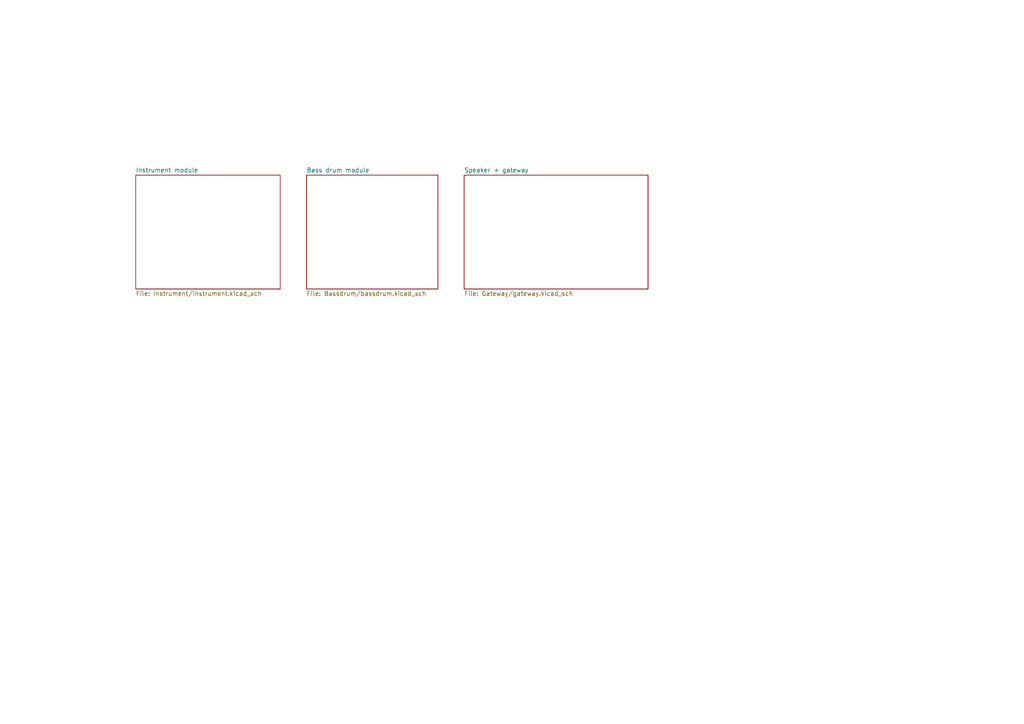
<source format=kicad_sch>
(kicad_sch (version 20230121) (generator eeschema)
  (paper "A4")
  (title_block (title "S.T.I.N.K") (company "Studentorchesteret den Ohmske Motstanden"))
  (lib_symbols)
  (sheet (at 134.62 50.8) (size 53.34 33.02) (stroke (width 0.1524))
    (property "Sheetname" "Speaker + gateway" (at 134.62 50.0884 0) (effects (justify left bottom)))
    (property "Sheetfile" "Gateway/gateway.kicad_sch" (at 134.62 84.4046 0) (effects (justify left top)))
  )
  (sheet (at 39.37 50.8) (size 41.91 33.02) (stroke (width 0.1524))
    (property "Sheetname" "Instrument module" (at 39.37 50.0884 0) (effects (justify left bottom)))
    (property "Sheetfile" "Instrument/instrument.kicad_sch" (at 39.37 84.4046 0) (effects (justify left top)))
  )
  (sheet (at 88.9 50.8) (size 38.1 33.02) (stroke (width 0.1524))
    (property "Sheetname" "Bass drum module" (at 88.9 50.0884 0) (effects (justify left bottom)))
    (property "Sheetfile" "Bassdrum/bassdrum.kicad_sch" (at 88.9 84.4046 0) (effects (justify left top)))
  )
)
</source>
